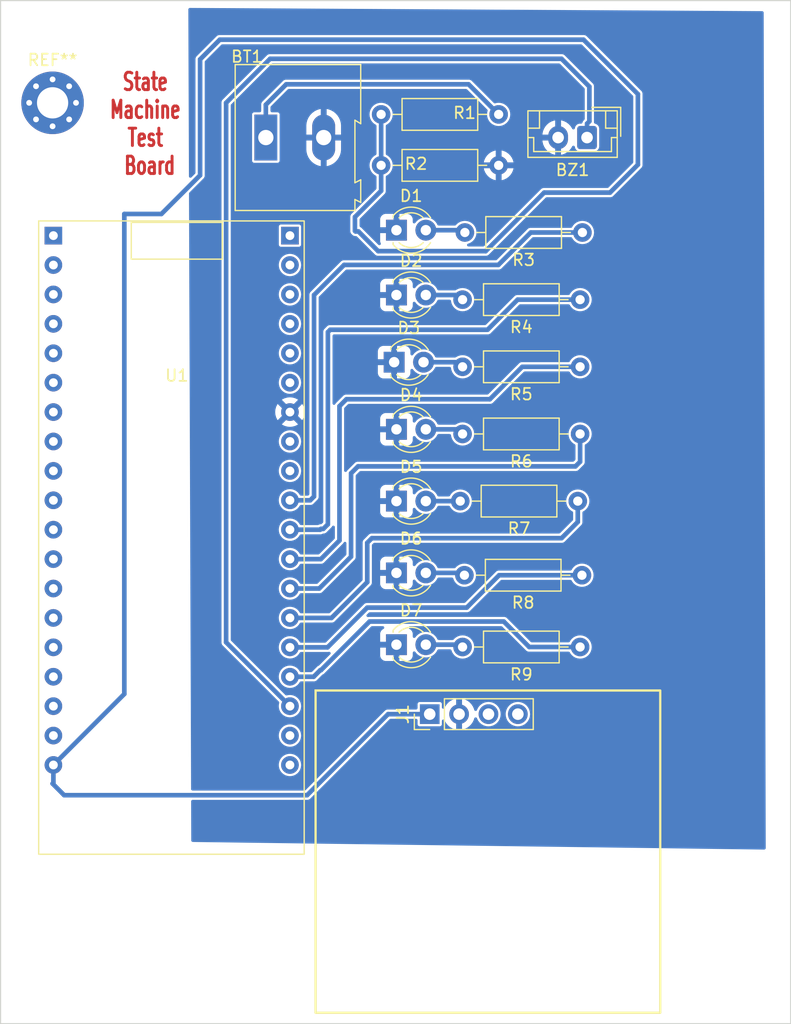
<source format=kicad_pcb>
(kicad_pcb (version 20211014) (generator pcbnew)
  (layers (0 "F.Cu" signal) (31 "B.Cu" signal) (34 "B.Paste" user) (35 "F.Paste" user) (36 "B.SilkS" user "B.Silkscreen") (37 "F.SilkS" user "F.Silkscreen") (38 "B.Mask" user) (39 "F.Mask" user) (44 "Edge.Cuts" user))
  (net 0 "")
  (net 1 "Net-(BT1-Pad1)")
  (net 2 "GND")
  (net 3 "BUZZER")
  (net 4 "Net-(D1-Pad2)")
  (net 5 "Net-(D2-Pad2)")
  (net 6 "Net-(D3-Pad2)")
  (net 7 "Net-(D4-Pad2)")
  (net 8 "Net-(D5-Pad2)")
  (net 9 "Net-(D6-Pad2)")
  (net 10 "Net-(D7-Pad2)")
  (net 11 "5V")
  (net 12 "POST-FLIGHT")
  (net 13 "CHUTE-DESCENT")
  (net 14 "BALLISTIC-DESCENT")
  (net 15 "APOGEE")
  (net 16 "COASTING")
  (net 17 "POWERED-FLIGHT")
  (net 18 "PRE-FLIGHT")
  (net 47 "SCL")
  (net 48 "SDA")
  (footprint "Resistor_THT:R_Axial_DIN0207_L6.3mm_D2.5mm_P10.16mm_Horizontal" (layer "F.Cu") (at 172.4 101.6 180)
    (fp_text reference "R7" (at 5.08 -2.37) (layer "F.SilkS"))
    (fp_text value "220 Ohm")
    (fp_line (start 9.12 0) (end 8.35 0) (layer "F.SilkS") (width 0.12))
    (fp_line (start 8.35 -1.37) (end 1.81 -1.37) (layer "F.SilkS") (width 0.12))
    (fp_line (start 8.35 1.37) (end 8.35 -1.37) (layer "F.SilkS") (width 0.12))
    (fp_line (start 1.04 0) (end 1.81 0) (layer "F.SilkS") (width 0.12))
    (fp_line (start 1.81 -1.37) (end 1.81 1.37) (layer "F.SilkS") (width 0.12))
    (fp_line (start 1.81 1.37) (end 8.35 1.37) (layer "F.SilkS") (width 0.12))
    (pad "1" thru_hole circle (at 0 0 180) (size 1.6 1.6) (drill 0.8) (layers *.Cu *.Mask) (net 16 "COASTING"))
    (pad "2" thru_hole oval (at 10.16 0 180) (size 1.6 1.6) (drill 0.8) (layers *.Cu *.Mask) (net 8 "Net-(D5-Pad2)"))
  )
  (footprint "LED_THT:LED_D3.0mm" (layer "F.Cu") (at 156.725 101.6)
    (fp_text reference "D5" (at 1.27 -2.96) (layer "F.SilkS"))
    (fp_text value "LED")
    (fp_line (start -0.29 -1.236) (end -0.29 -1.08) (layer "F.SilkS") (width 0.12))
    (fp_line (start -0.29 1.08) (end -0.29 1.236) (layer "F.SilkS") (width 0.12))
    (fp_arc (start 2.942335 1.078608) (mid 1.366487 1.987659) (end -0.29 1.235516) (layer "F.SilkS") (width 0.12))
    (fp_arc (start 0.229039 -1.08) (mid 1.270117 -1.5) (end 2.31113 -1.079837) (layer "F.SilkS") (width 0.12))
    (fp_arc (start -0.29 -1.235516) (mid 1.366487 -1.987659) (end 2.942335 -1.078608) (layer "F.SilkS") (width 0.12))
    (fp_arc (start 2.31113 1.079837) (mid 1.270117 1.5) (end 0.229039 1.08) (layer "F.SilkS") (width 0.12))
    (pad "1" thru_hole rect (at 0 0) (size 1.8 1.8) (drill 0.9) (layers *.Cu *.Mask) (net 2 "GND"))
    (pad "2" thru_hole circle (at 2.54 0) (size 1.8 1.8) (drill 0.9) (layers *.Cu *.Mask) (net 8 "Net-(D5-Pad2)"))
  )
  (footprint "Resistor_THT:R_Axial_DIN0207_L6.3mm_D2.5mm_P10.16mm_Horizontal" (layer "F.Cu") (at 172.6 90 180)
    (fp_text reference "R5" (at 5.08 -2.37) (layer "F.SilkS"))
    (fp_text value "220 Ohm")
    (fp_line (start 1.04 0) (end 1.81 0) (layer "F.SilkS") (width 0.12))
    (fp_line (start 8.35 -1.37) (end 1.81 -1.37) (layer "F.SilkS") (width 0.12))
    (fp_line (start 8.35 1.37) (end 8.35 -1.37) (layer "F.SilkS") (width 0.12))
    (fp_line (start 1.81 1.37) (end 8.35 1.37) (layer "F.SilkS") (width 0.12))
    (fp_line (start 9.12 0) (end 8.35 0) (layer "F.SilkS") (width 0.12))
    (fp_line (start 1.81 -1.37) (end 1.81 1.37) (layer "F.SilkS") (width 0.12))
    (pad "1" thru_hole circle (at 0 0 180) (size 1.6 1.6) (drill 0.8) (layers *.Cu *.Mask) (net 14 "BALLISTIC-DESCENT"))
    (pad "2" thru_hole oval (at 10.16 0 180) (size 1.6 1.6) (drill 0.8) (layers *.Cu *.Mask) (net 6 "Net-(D3-Pad2)"))
  )
  (footprint "Connector_PinHeader_2.54mm:PinHeader_1x04_P2.54mm_Vertical" (layer "F.Cu") (at 159.6 120 90)
    (fp_text reference "J1" (at 0 -2.33 90) (layer "F.SilkS"))
    (fp_text value "SSD1306")
    (fp_line (start -1.33 -1.33) (end 0 -1.33) (layer "F.SilkS") (width 0.12))
    (fp_line (start -1.33 1.27) (end 1.33 1.27) (layer "F.SilkS") (width 0.12))
    (fp_line (start -1.33 1.27) (end -1.33 8.95) (layer "F.SilkS") (width 0.12))
    (fp_line (start 1.33 1.27) (end 1.33 8.95) (layer "F.SilkS") (width 0.12))
    (fp_line (start -1.33 0) (end -1.33 -1.33) (layer "F.SilkS") (width 0.12))
    (fp_line (start -1.33 8.95) (end 1.33 8.95) (layer "F.SilkS") (width 0.12))
    (pad "1" thru_hole rect (at 0 0 90) (size 1.7 1.7) (drill 1) (layers *.Cu *.Mask) (net 11 "5V"))
    (pad "2" thru_hole oval (at 0 2.54 90) (size 1.7 1.7) (drill 1) (layers *.Cu *.Mask) (net 2 "GND"))
    (pad "3" thru_hole oval (at 0 5.08 90) (size 1.7 1.7) (drill 1) (layers *.Cu *.Mask) (net 47 "SCL"))
    (pad "4" thru_hole oval (at 0 7.62 90) (size 1.7 1.7) (drill 1) (layers *.Cu *.Mask) (net 48 "SDA"))
  )
  (footprint "LED_THT:LED_D3.0mm" (layer "F.Cu") (at 156.725 114)
    (fp_text reference "D7" (at 1.27 -2.96) (layer "F.SilkS"))
    (fp_text value "LED")
    (fp_line (start -0.29 1.08) (end -0.29 1.236) (layer "F.SilkS") (width 0.12))
    (fp_line (start -0.29 -1.236) (end -0.29 -1.08) (layer "F.SilkS") (width 0.12))
    (fp_arc (start 2.942335 1.078608) (mid 1.366487 1.987659) (end -0.29 1.235516) (layer "F.SilkS") (width 0.12))
    (fp_arc (start 2.31113 1.079837) (mid 1.270117 1.5) (end 0.229039 1.08) (layer "F.SilkS") (width 0.12))
    (fp_arc (start 0.229039 -1.08) (mid 1.270117 -1.5) (end 2.31113 -1.079837) (layer "F.SilkS") (width 0.12))
    (fp_arc (start -0.29 -1.235516) (mid 1.366487 -1.987659) (end 2.942335 -1.078608) (layer "F.SilkS") (width 0.12))
    (pad "1" thru_hole rect (at 0 0) (size 1.8 1.8) (drill 0.9) (layers *.Cu *.Mask) (net 2 "GND"))
    (pad "2" thru_hole circle (at 2.54 0) (size 1.8 1.8) (drill 0.9) (layers *.Cu *.Mask) (net 10 "Net-(D7-Pad2)"))
  )
  (footprint "LED_THT:LED_D3.0mm" (layer "F.Cu") (at 156.725 107.8)
    (fp_text reference "D6" (at 1.27 -2.96) (layer "F.SilkS"))
    (fp_text value "LED")
    (fp_line (start -0.29 1.08) (end -0.29 1.236) (layer "F.SilkS") (width 0.12))
    (fp_line (start -0.29 -1.236) (end -0.29 -1.08) (layer "F.SilkS") (width 0.12))
    (fp_arc (start 0.229039 -1.08) (mid 1.270117 -1.5) (end 2.31113 -1.079837) (layer "F.SilkS") (width 0.12))
    (fp_arc (start -0.29 -1.235516) (mid 1.366487 -1.987659) (end 2.942335 -1.078608) (layer "F.SilkS") (width 0.12))
    (fp_arc (start 2.942335 1.078608) (mid 1.366487 1.987659) (end -0.29 1.235516) (layer "F.SilkS") (width 0.12))
    (fp_arc (start 2.31113 1.079837) (mid 1.270117 1.5) (end 0.229039 1.08) (layer "F.SilkS") (width 0.12))
    (pad "1" thru_hole rect (at 0 0) (size 1.8 1.8) (drill 0.9) (layers *.Cu *.Mask) (net 2 "GND"))
    (pad "2" thru_hole circle (at 2.54 0) (size 1.8 1.8) (drill 0.9) (layers *.Cu *.Mask) (net 9 "Net-(D6-Pad2)"))
  )
  (footprint "LED_THT:LED_D3.0mm" (layer "F.Cu") (at 156.725 83.8)
    (fp_text reference "D2" (at 1.27 -2.96) (layer "F.SilkS"))
    (fp_text value "LED")
    (fp_line (start -0.29 -1.236) (end -0.29 -1.08) (layer "F.SilkS") (width 0.12))
    (fp_line (start -0.29 1.08) (end -0.29 1.236) (layer "F.SilkS") (width 0.12))
    (fp_arc (start -0.29 -1.235516) (mid 1.366487 -1.987659) (end 2.942335 -1.078608) (layer "F.SilkS") (width 0.12))
    (fp_arc (start 2.942335 1.078608) (mid 1.366487 1.987659) (end -0.29 1.235516) (layer "F.SilkS") (width 0.12))
    (fp_arc (start 2.31113 1.079837) (mid 1.270117 1.5) (end 0.229039 1.08) (layer "F.SilkS") (width 0.12))
    (fp_arc (start 0.229039 -1.08) (mid 1.270117 -1.5) (end 2.31113 -1.079837) (layer "F.SilkS") (width 0.12))
    (pad "1" thru_hole rect (at 0 0) (size 1.8 1.8) (drill 0.9) (layers *.Cu *.Mask) (net 2 "GND"))
    (pad "2" thru_hole circle (at 2.54 0) (size 1.8 1.8) (drill 0.9) (layers *.Cu *.Mask) (net 5 "Net-(D2-Pad2)"))
  )
  (footprint "Resistor_THT:R_Axial_DIN0207_L6.3mm_D2.5mm_P10.16mm_Horizontal" (layer "F.Cu") (at 172.6 84.2 180)
    (fp_text reference "R4" (at 5.08 -2.37) (layer "F.SilkS"))
    (fp_text value "220 Ohm")
    (fp_line (start 1.81 -1.37) (end 1.81 1.37) (layer "F.SilkS") (width 0.12))
    (fp_line (start 1.81 1.37) (end 8.35 1.37) (layer "F.SilkS") (width 0.12))
    (fp_line (start 1.04 0) (end 1.81 0) (layer "F.SilkS") (width 0.12))
    (fp_line (start 8.35 1.37) (end 8.35 -1.37) (layer "F.SilkS") (width 0.12))
    (fp_line (start 8.35 -1.37) (end 1.81 -1.37) (layer "F.SilkS") (width 0.12))
    (fp_line (start 9.12 0) (end 8.35 0) (layer "F.SilkS") (width 0.12))
    (pad "1" thru_hole circle (at 0 0 180) (size 1.6 1.6) (drill 0.8) (layers *.Cu *.Mask) (net 13 "CHUTE-DESCENT"))
    (pad "2" thru_hole oval (at 10.16 0 180) (size 1.6 1.6) (drill 0.8) (layers *.Cu *.Mask) (net 5 "Net-(D2-Pad2)"))
  )
  (footprint "LED_THT:LED_D3.0mm" (layer "F.Cu") (at 156.525 89.6)
    (fp_text reference "D3" (at 1.27 -2.96) (layer "F.SilkS"))
    (fp_text value "LED")
    (fp_line (start -0.29 -1.236) (end -0.29 -1.08) (layer "F.SilkS") (width 0.12))
    (fp_line (start -0.29 1.08) (end -0.29 1.236) (layer "F.SilkS") (width 0.12))
    (fp_arc (start 2.942335 1.078608) (mid 1.366487 1.987659) (end -0.29 1.235516) (layer "F.SilkS") (width 0.12))
    (fp_arc (start 2.31113 1.079837) (mid 1.270117 1.5) (end 0.229039 1.08) (layer "F.SilkS") (width 0.12))
    (fp_arc (start -0.29 -1.235516) (mid 1.366487 -1.987659) (end 2.942335 -1.078608) (layer "F.SilkS") (width 0.12))
    (fp_arc (start 0.229039 -1.08) (mid 1.270117 -1.5) (end 2.31113 -1.079837) (layer "F.SilkS") (width 0.12))
    (pad "1" thru_hole rect (at 0 0) (size 1.8 1.8) (drill 0.9) (layers *.Cu *.Mask) (net 2 "GND"))
    (pad "2" thru_hole circle (at 2.54 0) (size 1.8 1.8) (drill 0.9) (layers *.Cu *.Mask) (net 6 "Net-(D3-Pad2)"))
  )
  (footprint "Resistor_THT:R_Axial_DIN0207_L6.3mm_D2.5mm_P10.16mm_Horizontal" (layer "F.Cu") (at 172.76 108 180)
    (fp_text reference "R8" (at 5.08 -2.37) (layer "F.SilkS"))
    (fp_text value "220 Ohm")
    (fp_line (start 1.04 0) (end 1.81 0) (layer "F.SilkS") (width 0.12))
    (fp_line (start 1.81 -1.37) (end 1.81 1.37) (layer "F.SilkS") (width 0.12))
    (fp_line (start 8.35 1.37) (end 8.35 -1.37) (layer "F.SilkS") (width 0.12))
    (fp_line (start 1.81 1.37) (end 8.35 1.37) (layer "F.SilkS") (width 0.12))
    (fp_line (start 9.12 0) (end 8.35 0) (layer "F.SilkS") (width 0.12))
    (fp_line (start 8.35 -1.37) (end 1.81 -1.37) (layer "F.SilkS") (width 0.12))
    (pad "1" thru_hole circle (at 0 0 180) (size 1.6 1.6) (drill 0.8) (layers *.Cu *.Mask) (net 17 "POWERED-FLIGHT"))
    (pad "2" thru_hole oval (at 10.16 0 180) (size 1.6 1.6) (drill 0.8) (layers *.Cu *.Mask) (net 9 "Net-(D6-Pad2)"))
  )
  (footprint "Resistor_THT:R_Axial_DIN0207_L6.3mm_D2.5mm_P10.16mm_Horizontal" (layer "F.Cu") (at 155.4 72.6)
    (fp_text reference "R2" (at 3.0198 -0.1338) (layer "F.SilkS"))
    (fp_text value "2k")
    (fp_line (start 8.35 1.37) (end 8.35 -1.37) (layer "F.SilkS") (width 0.12))
    (fp_line (start 1.81 -1.37) (end 1.81 1.37) (layer "F.SilkS") (width 0.12))
    (fp_line (start 1.81 1.37) (end 8.35 1.37) (layer "F.SilkS") (width 0.12))
    (fp_line (start 1.04 0) (end 1.81 0) (layer "F.SilkS") (width 0.12))
    (fp_line (start 8.35 -1.37) (end 1.81 -1.37) (layer "F.SilkS") (width 0.12))
    (fp_line (start 9.12 0) (end 8.35 0) (layer "F.SilkS") (width 0.12))
    (pad "1" thru_hole circle (at 0 0) (size 1.6 1.6) (drill 0.8) (layers *.Cu *.Mask) (net 11 "5V"))
    (pad "2" thru_hole oval (at 10.16 0) (size 1.6 1.6) (drill 0.8) (layers *.Cu *.Mask) (net 2 "GND"))
  )
  (footprint "Connector_JST:JST_EH_B2B-EH-A_1x02_P2.50mm_Vertical" (layer "F.Cu") (at 173.2 70.2 180)
    (fp_text reference "BZ1" (at 1.25 -2.8) (layer "F.SilkS"))
    (fp_text value "Buzzer")
    (fp_line (start 4.61 0) (end 5.11 0) (layer "F.SilkS") (width 0.12))
    (fp_line (start -2.11 0) (end -2.11 -1.21) (layer "F.SilkS") (width 0.12))
    (fp_line (start -2.61 0) (end -2.11 0) (layer "F.SilkS") (width 0.12))
    (fp_line (start -2.91 2.61) (end -0.41 2.61) (layer "F.SilkS") (width 0.12))
    (fp_line (start 5.11 2.31) (end 5.11 -1.71) (layer "F.SilkS") (width 0.12))
    (fp_line (start -2.91 0.11) (end -2.91 2.61) (layer "F.SilkS") (width 0.12))
    (fp_line (start 5.11 -1.71) (end -2.61 -1.71) (layer "F.SilkS") (width 0.12))
    (fp_line (start 4.11 0.81) (end 4.11 2.31) (layer "F.SilkS") (width 0.12))
    (fp_line (start -2.11 -1.21) (end 4.61 -1.21) (layer "F.SilkS") (width 0.12))
    (fp_line (start -2.61 2.31) (end 5.11 2.31) (layer "F.SilkS") (width 0.12))
    (fp_line (start -2.61 -1.71) (end -2.61 2.31) (layer "F.SilkS") (width 0.12))
    (fp_line (start 4.61 -1.21) (end 4.61 0) (layer "F.SilkS") (width 0.12))
    (fp_line (start 5.11 0.81) (end 4.11 0.81) (layer "F.SilkS") (width 0.12))
    (fp_line (start -2.61 0.81) (end -1.61 0.81) (layer "F.SilkS") (width 0.12))
    (fp_line (start -1.61 0.81) (end -1.61 2.31) (layer "F.SilkS") (width 0.12))
    (pad "1" thru_hole roundrect (at 0 0 180) (size 1.7 2) (drill 1) (layers *.Cu *.Mask) (roundrect_rratio 0.147059) (net 3 "BUZZER"))
    (pad "2" thru_hole oval (at 2.5 0 180) (size 1.7 2) (drill 1) (layers *.Cu *.Mask) (net 2 "GND"))
  )
  (footprint "MountingHole:MountingHole_2.7mm_M2.5_Pad_Via" (layer "F.Cu") (at 127 67.2)
    (fp_text reference "REF**" (at 0 -3.7) (layer "F.SilkS"))
    (fp_text value "MountingHole_2.7mm_M2.5_Pad_Via" hide)
    (pad "1" thru_hole circle (at 1.431891 1.431891) (size 0.8 0.8) (drill 0.5) (layers *.Cu *.Mask))
    (pad "1" thru_hole circle (at -1.431891 -1.431891) (size 0.8 0.8) (drill 0.5) (layers *.Cu *.Mask))
    (pad "1" thru_hole circle (at -2.025 0) (size 0.8 0.8) (drill 0.5) (layers *.Cu *.Mask))
    (pad "1" thru_hole circle (at 0 2.025) (size 0.8 0.8) (drill 0.5) (layers *.Cu *.Mask))
    (pad "1" thru_hole circle (at 0 0) (size 5.4 5.4) (drill 2.7) (layers *.Cu *.Mask))
    (pad "1" thru_hole circle (at 1.431891 -1.431891) (size 0.8 0.8) (drill 0.5) (layers *.Cu *.Mask))
    (pad "1" thru_hole circle (at 2.025 0) (size 0.8 0.8) (drill 0.5) (layers *.Cu *.Mask))
    (pad "1" thru_hole circle (at 0 -2.025) (size 0.8 0.8) (drill 0.5) (layers *.Cu *.Mask))
    (pad "1" thru_hole circle (at -1.431891 1.431891) (size 0.8 0.8) (drill 0.5) (layers *.Cu *.Mask))
  )
  (footprint "Resistor_THT:R_Axial_DIN0207_L6.3mm_D2.5mm_P10.16mm_Horizontal" (layer "F.Cu") (at 172.6 95.8 180)
    (fp_text reference "R6" (at 5.08 -2.37) (layer "F.SilkS"))
    (fp_text value "220 Ohm")
    (fp_line (start 1.81 -1.37) (end 1.81 1.37) (layer "F.SilkS") (width 0.12))
    (fp_line (start 8.35 1.37) (end 8.35 -1.37) (layer "F.SilkS") (width 0.12))
    (fp_line (start 8.35 -1.37) (end 1.81 -1.37) (layer "F.SilkS") (width 0.12))
    (fp_line (start 1.81 1.37) (end 8.35 1.37) (layer "F.SilkS") (width 0.12))
    (fp_line (start 9.12 0) (end 8.35 0) (layer "F.SilkS") (width 0.12))
    (fp_line (start 1.04 0) (end 1.81 0) (layer "F.SilkS") (width 0.12))
    (pad "1" thru_hole circle (at 0 0 180) (size 1.6 1.6) (drill 0.8) (layers *.Cu *.Mask) (net 15 "APOGEE"))
    (pad "2" thru_hole oval (at 10.16 0 180) (size 1.6 1.6) (drill 0.8) (layers *.Cu *.Mask) (net 7 "Net-(D4-Pad2)"))
  )
  (footprint "custom-footprints:NODEMCU" (layer "F.Cu") (at 125.8 77.4)
    (fp_text reference "U1" (at 11.938 13.359 unlocked) (layer "F.SilkS"))
    (fp_text value "NodeMCU")
    (fp_rect (start 8.001 0.127) (end 15.875 3.302) (layer "F.SilkS") (width 0.12) (fill none))
    (fp_rect (start 0 0) (end 22.95 54.7) (layer "F.SilkS") (width 0.12) (fill none))
    (pad "1" thru_hole circle (at 1.27 34.29) (size 1.524 1.524) (drill 0.762) (layers *.Cu *.Mask))
    (pad "2" thru_hole rect (at 1.27 1.27) (size 1.524 1.524) (drill oval 0.762) (layers *.Cu *.Mask))
    (pad "3" thru_hole circle (at 1.27 3.81) (size 1.524 1.524) (drill 0.762) (layers *.Cu *.Mask))
    (pad "4" thru_hole circle (at 1.27 6.35) (size 1.524 1.524) (drill 0.762) (layers *.Cu *.Mask))
    (pad "5" thru_hole circle (at 1.27 8.89) (size 1.524 1.524) (drill 0.762) (layers *.Cu *.Mask))
    (pad "5V" thru_hole circle (at 1.27 46.99) (size 1.524 1.524) (drill 0.762) (layers *.Cu *.Mask) (net 11 "5V"))
    (pad "6" thru_hole circle (at 1.27 11.43) (size 1.524 1.524) (drill 0.762) (layers *.Cu *.Mask))
    (pad "7" thru_hole circle (at 1.27 13.97) (size 1.524 1.524) (drill 0.762) (layers *.Cu *.Mask))
    (pad "8" thru_hole circle (at 1.27 16.51) (size 1.524 1.524) (drill 0.762) (layers *.Cu *.Mask))
    (pad "9" thru_hole circle (at 1.27 19.05) (size 1.524 1.524) (drill 0.762) (layers *.Cu *.Mask))
    (pad "10" thru_hole circle (at 1.27 21.59) (size 1.524 1.524) (drill 0.762) (layers *.Cu *.Mask))
    (pad "11" thru_hole circle (at 1.27 24.13) (size 1.524 1.524) (drill 0.762) (layers *.Cu *.Mask))
    (pad "12" thru_hole circle (at 1.27 26.67) (size 1.524 1.524) (drill 0.762) (layers *.Cu *.Mask))
    (pad "13" thru_hole circle (at 1.27 29.21) (size 1.524 1.524) (drill 0.762) (layers *.Cu *.Mask))
    (pad "14" thru_hole circle (at 1.27 31.75) (size 1.524 1.524) (drill 0.762) (layers *.Cu *.Mask))
    (pad "16" thru_hole circle (at 1.27 36.83) (size 1.524 1.524) (drill 0.762) (layers *.Cu *.Mask))
    (pad "17" thru_hole circle (at 1.27 39.37) (size 1.524 1.524) (drill 0.762) (layers *.Cu *.Mask))
    (pad "18" thru_hole circle (at 1.27 41.91) (size 1.524 1.524) (drill 0.762) (layers *.Cu *.Mask))
    (pad "19" thru_hole circle (at 1.27 44.45) (size 1.524 1.524) (drill 0.762) (layers *.Cu *.Mask))
    (pad "20" thru_hole circle (at 21.717 46.99) (size 1.524 1.524) (drill 0.762) (layers *.Cu *.Mask))
    (pad "21" thru_hole circle (at 21.717 44.45) (size 1.524 1.524) (drill 0.762) (layers *.Cu *.Mask))
    (pad "22" thru_hole circle (at 21.717 41.91) (size 1.524 1.524) (drill 0.762) (layers *.Cu *.Mask) (net 3 "BUZZER"))
    (pad "23" thru_hole circle (at 21.717 39.37) (size 1.524 1.524) (drill 0.762) (layers *.Cu *.Mask) (net 18 "PRE-FLIGHT"))
    (pad "24" thru_hole circle (at 21.717 36.83) (size 1.524 1.524) (drill 0.762) (layers *.Cu *.Mask) (net 17 "POWERED-FLIGHT"))
    (pad "25" thru_hole circle (at 21.717 34.29) (size 1.524 1.524) (drill 0.762) (layers *.Cu *.Mask) (net 16 "COASTING"))
    (pad "26" thru_hole circle (at 21.717 31.75) (size 1.524 1.524) (drill 0.762) (layers *.Cu *.Mask) (net 15 "APOGEE"))
    (pad "27" thru_hole circle (at 21.717 29.21) (size 1.524 1.524) (drill 0.762) (layers *.Cu *.Mask) (net 14 "BALLISTIC-DESCENT"))
    (pad "28" thru_hole circle (at 21.717 26.67) (size 1.524 1.524) (drill 0.762) (layers *.Cu *.Mask) (net 13 "CHUTE-DESCENT"))
    (pad "29" thru_hole circle (at 21.717 24.13) (size 1.524 1.524) (drill 0.762) (layers *.Cu *.Mask) (net 12 "POST-FLIGHT"))
    (pad "30" thru_hole circle (at 21.717 21.59) (size 1.524 1.524) (drill 0.762) (layers *.Cu *.Mask))
    (pad "31" thru_hole circle (at 21.717 19.05) (size 1.524 1.524) (drill 0.762) (layers *.Cu *.Mask))
    (pad "32" thru_hole circle (at 21.717 16.51) (size 1.524 1.524) (drill 0.762) (layers *.Cu *.Mask) (net 2 "GND"))
    (pad "33" thru_hole circle (at 21.717 13.97) (size 1.524 1.524) (drill 0.762) (layers *.Cu *.Mask))
    (pad "34" thru_hole circle (at 21.717 11.43) (size 1.524 1.524) (drill 0.762) (layers *.Cu *.Mask))
    (pad "35" thru_hole circle (at 21.717 8.89) (size 1.524 1.524) (drill 0.762) (layers *.Cu *.Mask))
    (pad "36" thru_hole circle (at 21.717 6.35) (size 1.524 1.524) (drill 0.762) (layers *.Cu *.Mask))
    (pad "37" thru_hole circle (at 21.717 3.81) (size 1.524 1.524) (drill 0.762) (layers *.Cu *.Mask))
    (pad "38" thru_hole rect (at 21.717 1.27) (size 1.524 1.524) (drill 0.762) (layers *.Cu *.Mask))
  )
  (footprint "TerminalBlock:TerminalBlock_Altech_AK300-2_P5.00mm" (layer "F.Cu") (at 145.435 70.2)
    (fp_text reference "BT1" (at -1.64 -6.99) (layer "F.SilkS"))
    (fp_text value "7.4 V")
    (fp_line (start 8.2 -1.2) (end 8.2 -6.3) (layer "F.SilkS") (width 0.12))
    (fp_line (start 8.2 -6.3) (end -2.65 -6.3) (layer "F.SilkS") (width 0.12))
    (fp_line (start 7.7 -1.5) (end 8.2 -1.2) (layer "F.SilkS") (width 0.12))
    (fp_line (start 8.2 5.6) (end 8.2 3.7) (layer "F.SilkS") (width 0.12))
    (fp_line (start 7.7 5.35) (end 8.2 5.6) (layer "F.SilkS") (width 0.12))
    (fp_line (start -2.65 -6.3) (end -2.65 6.3) (layer "F.SilkS") (width 0.12))
    (fp_line (start 8.2 3.65) (end 7.7 3.9) (layer "F.SilkS") (width 0.12))
    (fp_line (start 8.2 3.7) (end 8.2 3.65) (layer "F.SilkS") (width 0.12))
    (fp_line (start -2.65 6.3) (end 7.7 6.3) (layer "F.SilkS") (width 0.12))
    (fp_line (start 7.7 3.9) (end 7.7 -1.5) (layer "F.SilkS") (width 0.12))
    (fp_line (start 7.7 6.3) (end 7.7 5.35) (layer "F.SilkS") (width 0.12))
    (pad "1" thru_hole rect (at 0 0) (size 1.98 3.96) (drill 1.32) (layers *.Cu *.Mask) (net 1 "Net-(BT1-Pad1)"))
    (pad "2" thru_hole oval (at 5 0) (size 1.98 3.96) (drill 1.32) (layers *.Cu *.Mask) (net 2 "GND"))
  )
  (footprint "Resistor_THT:R_Axial_DIN0207_L6.3mm_D2.5mm_P10.16mm_Horizontal" (layer "F.Cu") (at 172.8 78.4 180)
    (fp_text reference "R3" (at 5.08 -2.37) (layer "F.SilkS"))
    (fp_text value "220 Ohm")
    (fp_line (start 9.12 0) (end 8.35 0) (layer "F.SilkS") (width 0.12))
    (fp_line (start 1.81 -1.37) (end 1.81 1.37) (layer "F.SilkS") (width 0.12))
    (fp_line (start 1.04 0) (end 1.81 0) (layer "F.SilkS") (width 0.12))
    (fp_line (start 1.81 1.37) (end 8.35 1.37) (layer "F.SilkS") (width 0.12))
    (fp_line (start 8.35 1.37) (end 8.35 -1.37) (layer "F.SilkS") (width 0.12))
    (fp_line (start 8.35 -1.37) (end 1.81 -1.37) (layer "F.SilkS") (width 0.12))
    (pad "1" thru_hole circle (at 0 0 180) (size 1.6 1.6) (drill 0.8) (layers *.Cu *.Mask) (net 12 "POST-FLIGHT"))
    (pad "2" thru_hole oval (at 10.16 0 180) (size 1.6 1.6) (drill 0.8) (layers *.Cu *.Mask) (net 4 "Net-(D1-Pad2)"))
  )
  (footprint "LED_THT:LED_D3.0mm" (layer "F.Cu") (at 156.725 78.2)
    (fp_text reference "D1" (at 1.27 -2.96) (layer "F.SilkS"))
    (fp_text value "LED")
    (fp_line (start -0.29 1.08) (end -0.29 1.236) (layer "F.SilkS") (width 0.12))
    (fp_line (start -0.29 -1.236) (end -0.29 -1.08) (layer "F.SilkS") (width 0.12))
    (fp_arc (start -0.29 -1.235516) (mid 1.366487 -1.987659) (end 2.942335 -1.078608) (layer "F.SilkS") (width 0.12))
    (fp_arc (start 2.942335 1.078608) (mid 1.366487 1.987659) (end -0.29 1.235516) (layer "F.SilkS") (width 0.12))
    (fp_arc (start 0.229039 -1.08) (mid 1.270117 -1.5) (end 2.31113 -1.079837) (layer "F.SilkS") (width 0.12))
    (fp_arc (start 2.31113 1.079837) (mid 1.270117 1.5) (end 0.229039 1.08) (layer "F.SilkS") (width 0.12))
    (pad "1" thru_hole rect (at 0 0) (size 1.8 1.8) (drill 0.9) (layers *.Cu *.Mask) (net 2 "GND"))
    (pad "2" thru_hole circle (at 2.54 0) (size 1.8 1.8) (drill 0.9) (layers *.Cu *.Mask) (net 4 "Net-(D1-Pad2)"))
  )
  (footprint "Resistor_THT:R_Axial_DIN0207_L6.3mm_D2.5mm_P10.16mm_Horizontal" (layer "F.Cu") (at 165.56 68.2 180)
    (fp_text reference "R1" (at 2.9492 0.128) (layer "F.SilkS"))
    (fp_text value "1k")
    (fp_line (start 1.81 1.37) (end 8.35 1.37) (layer "F.SilkS") (width 0.12))
    (fp_line (start 8.35 -1.37) (end 1.81 -1.37) (layer "F.SilkS") (width 0.12))
    (fp_line (start 8.35 1.37) (end 8.35 -1.37) (layer "F.SilkS") (width 0.12))
    (fp_line (start 1.04 0) (end 1.81 0) (layer "F.SilkS") (width 0.12))
    (fp_line (start 9.12 0) (end 8.35 0) (layer "F.SilkS") (width 0.12))
    (fp_line (start 1.81 -1.37) (end 1.81 1.37) (layer "F.SilkS") (width 0.12))
    (pad "1" thru_hole circle (at 0 0 180) (size 1.6 1.6) (drill 0.8) (layers *.Cu *.Mask) (net 1 "Net-(BT1-Pad1)"))
    (pad "2" thru_hole oval (at 10.16 0 180) (size 1.6 1.6) (drill 0.8) (layers *.Cu *.Mask) (net 11 "5V"))
  )
  (footprint "LED_THT:LED_D3.0mm" (layer "F.Cu") (at 156.725 95.4)
    (fp_text reference "D4" (at 1.27 -2.96) (layer "F.SilkS"))
    (fp_text value "LED")
    (fp_line (start -0.29 1.08) (end -0.29 1.236) (layer "F.SilkS") (width 0.12))
    (fp_line (start -0.29 -1.236) (end -0.29 -1.08) (layer "F.SilkS") (width 0.12))
    (fp_arc (start 0.229039 -1.08) (mid 1.270117 -1.5) (end 2.31113 -1.079837) (layer "F.SilkS") (width 0.12))
    (fp_arc (start 2.31113 1.079837) (mid 1.270117 1.5) (end 0.229039 1.08) (layer "F.SilkS") (width 0.12))
    (fp_arc (start 2.942335 1.078608) (mid 1.366487 1.987659) (end -0.29 1.235516) (layer "F.SilkS") (width 0.12))
    (fp_arc (start -0.29 -1.235516) (mid 1.366487 -1.987659) (end 2.942335 -1.078608) (layer "F.SilkS") (width 0.12))
    (pad "1" thru_hole rect (at 0 0) (size 1.8 1.8) (drill 0.9) (layers *.Cu *.Mask) (net 2 "GND"))
    (pad "2" thru_hole circle (at 2.54 0) (size 1.8 1.8) (drill 0.9) (layers *.Cu *.Mask) (net 7 "Net-(D4-Pad2)"))
  )
  (footprint "Resistor_THT:R_Axial_DIN0207_L6.3mm_D2.5mm_P10.16mm_Horizontal" (layer "F.Cu") (at 172.6 114.2 180)
    (fp_text reference "R9" (at 5.08 -2.37) (layer "F.SilkS"))
    (fp_text value "220 Ohm")
    (fp_line (start 1.04 0) (end 1.81 0) (layer "F.SilkS") (width 0.12))
    (fp_line (start 8.35 1.37) (end 8.35 -1.37) (layer "F.SilkS") (width 0.12))
    (fp_line (start 8.35 -1.37) (end 1.81 -1.37) (layer "F.SilkS") (width 0.12))
    (fp_line (start 9.12 0) (end 8.35 0) (layer "F.SilkS") (width 0.12))
    (fp_line (start 1.81 1.37) (end 8.35 1.37) (layer "F.SilkS") (width 0.12))
    (fp_line (start 1.81 -1.37) (end 1.81 1.37) (layer "F.SilkS") (width 0.12))
    (pad "1" thru_hole circle (at 0 0 180) (size 1.6 1.6) (drill 0.8) (layers *.Cu *.Mask) (net 18 "PRE-FLIGHT"))
    (pad "2" thru_hole oval (at 10.16 0 180) (size 1.6 1.6) (drill 0.8) (layers *.Cu *.Mask) (net 10 "Net-(D7-Pad2)"))
  )
  (gr_rect (start 149.7358 117.9576) (end 179.5272 145.7912) (layer "F.SilkS") (width 0.2) (fill none))
  (gr_rect (start 122.5042 58.3692) (end 190.8048 146.7358) (layer "Edge.Cuts") (width 0.1) (fill none))
  (gr_text "State \nMachine \nTest \nBoard" (at 135.4 69) (layer "F.Cu") (effects (font (size 1.5 1) (thickness 0.25))))
  (segment (start 145.435 70.2) (end 145.435 67.365) (width 0.4) (layer "B.Cu") (net 1))
  (segment (start 145.435 67.365) (end 147.2 65.6) (width 0.4) (layer "B.Cu") (net 1))
  (segment (start 147.2 65.6) (end 162.96 65.6) (width 0.4) (layer "B.Cu") (net 1))
  (segment (start 162.96 65.6) (end 165.56 68.2) (width 0.4) (layer "B.Cu") (net 1))
  (segment (start 156.725 114) (end 156.725 114.925) (width 0.4) (layer "B.Cu") (net 2))
  (segment (start 156.725 78.2) (end 157 78.2) (width 0.4) (layer "B.Cu") (net 2))
  (segment (start 150.435 70.2) (end 150.435 68.2) (width 0.4) (layer "B.Cu") (net 2))
  (segment (start 173.2 69) (end 173.2 70.2) (width 0.4) (layer "B.Cu") (net 3))
  (segment (start 142 67.2) (end 145.8016 63.3984) (width 0.4) (layer "B.Cu") (net 3))
  (segment (start 147.517 119.31) (end 142 113.793) (width 0.4) (layer "B.Cu") (net 3))
  (segment (start 173.4 65.8) (end 173.4 68.8) (width 0.4) (layer "B.Cu") (net 3))
  (segment (start 173.4 68.8) (end 173.2 69) (width 0.4) (layer "B.Cu") (net 3))
  (segment (start 170.9984 63.3984) (end 173.4 65.8) (width 0.4) (layer "B.Cu") (net 3))
  (segment (start 142 113.793) (end 142 67.2) (width 0.4) (layer "B.Cu") (net 3))
  (segment (start 145.8016 63.3984) (end 170.9984 63.3984) (width 0.4) (layer "B.Cu") (net 3))
  (segment (start 162.44 78.2) (end 162.64 78.4) (width 0.4) (layer "B.Cu") (net 4))
  (segment (start 159.265 78.2) (end 162.44 78.2) (width 0.4) (layer "B.Cu") (net 4))
  (segment (start 162.04 83.8) (end 162.44 84.2) (width 0.4) (layer "B.Cu") (net 5))
  (segment (start 159.265 83.8) (end 162.04 83.8) (width 0.4) (layer "B.Cu") (net 5))
  (segment (start 159.065 89.6) (end 162.04 89.6) (width 0.4) (layer "B.Cu") (net 6))
  (segment (start 162.04 89.6) (end 162.44 90) (width 0.4) (layer "B.Cu") (net 6))
  (segment (start 162.04 95.4) (end 162.44 95.8) (width 0.4) (layer "B.Cu") (net 7))
  (segment (start 159.265 95.4) (end 162.04 95.4) (width 0.4) (layer "B.Cu") (net 7))
  (segment (start 159.265 101.6) (end 162.24 101.6) (width 0.4) (layer "B.Cu") (net 8))
  (segment (start 162.4 107.8) (end 162.6 108) (width 0.4) (layer "B.Cu") (net 9))
  (segment (start 159.265 107.8) (end 162.4 107.8) (width 0.4) (layer "B.Cu") (net 9))
  (segment (start 159.265 114) (end 162.24 114) (width 0.4) (layer "B.Cu") (net 10))
  (segment (start 162.24 114) (end 162.44 114.2) (width 0.4) (layer "B.Cu") (net 10))
  (segment (start 169.4942 74.9554) (end 164.4396 80.01) (width 0.4) (layer "B.Cu") (net 11))
  (segment (start 127.07 124.39) (end 133.2 118.26) (width 0.4) (layer "B.Cu") (net 11))
  (segment (start 155.141371 80.01) (end 153.439571 78.3082) (width 0.4) (layer "B.Cu") (net 11))
  (segment (start 127 126) (end 127.07 125.93) (width 0.4) (layer "B.Cu") (net 11))
  (segment (start 175.1838 74.9554) (end 169.4942 74.9554) (width 0.4) (layer "B.Cu") (net 11))
  (segment (start 159.6 120) (end 156 120) (width 0.4) (layer "B.Cu") (net 11))
  (segment (start 155.4 74.8) (end 155.4 72.6) (width 0.4) (layer "B.Cu") (net 11))
  (segment (start 127.07 125.93) (end 127.07 124.39) (width 0.4) (layer "B.Cu") (net 11))
  (segment (start 128 127) (end 127 126) (width 0.4) (layer "B.Cu") (net 11))
  (segment (start 153.439571 78.3082) (end 153.1874 78.3082) (width 0.4) (layer "B.Cu") (net 11))
  (segment (start 153.1366 77.0634) (end 155.4 74.8) (width 0.4) (layer "B.Cu") (net 11))
  (segment (start 153.1874 78.3082) (end 153.1366 78.2574) (width 0.4) (layer "B.Cu") (net 11))
  (segment (start 156 120) (end 149 127) (width 0.4) (layer "B.Cu") (net 11))
  (segment (start 155.4 68.2) (end 155.4 72.6) (width 0.4) (layer "B.Cu") (net 11))
  (segment (start 172.8978 61.7474) (end 177.5968 66.4464) (width 0.4) (layer "B.Cu") (net 11))
  (segment (start 136.4076 76.8) (end 139.7508 73.4568) (width 0.4) (layer "B.Cu") (net 11))
  (segment (start 177.5968 66.4464) (end 177.5968 72.5424) (width 0.4) (layer "B.Cu") (net 11))
  (segment (start 149 127) (end 128 127) (width 0.4) (layer "B.Cu") (net 11))
  (segment (start 164.4396 80.01) (end 155.141371 80.01) (width 0.4) (layer "B.Cu") (net 11))
  (segment (start 139.7508 73.4568) (end 139.7508 63.4492) (width 0.4) (layer "B.Cu") (net 11))
  (segment (start 139.7508 63.4492) (end 141.4526 61.7474) (width 0.4) (layer "B.Cu") (net 11))
  (segment (start 133.2 118.26) (end 133.2 76.8) (width 0.4) (layer "B.Cu") (net 11))
  (segment (start 153.1366 78.2574) (end 153.1366 77.0634) (width 0.4) (layer "B.Cu") (net 11))
  (segment (start 133.2 76.8) (end 136.4076 76.8) (width 0.4) (layer "B.Cu") (net 11))
  (segment (start 177.5968 72.5424) (end 175.1838 74.9554) (width 0.4) (layer "B.Cu") (net 11))
  (segment (start 141.4526 61.7474) (end 172.8978 61.7474) (width 0.4) (layer "B.Cu") (net 11))
  (segment (start 168.3356 78.4) (end 165.5356 81.2) (width 0.4) (layer "B.Cu") (net 12))
  (segment (start 149.6 101.2) (end 149.27 101.53) (width 0.4) (layer "B.Cu") (net 12))
  (segment (start 165.5356 81.2) (end 152.2 81.2) (width 0.4) (layer "B.Cu") (net 12))
  (segment (start 149.6 83.8) (end 149.6 101.2) (width 0.4) (layer "B.Cu") (net 12))
  (segment (start 149.27 101.53) (end 147.517 101.53) (width 0.4) (layer "B.Cu") (net 12))
  (segment (start 152.2 81.2) (end 149.6 83.8) (width 0.4) (layer "B.Cu") (net 12))
  (segment (start 172.8 78.4) (end 168.3356 78.4) (width 0.4) (layer "B.Cu") (net 12))
  (segment (start 172.6 84.2) (end 167.2 84.2) (width 0.4) (layer "B.Cu") (net 13))
  (segment (start 164.6 86.8) (end 151 86.8) (width 0.4) (layer "B.Cu") (net 13))
  (segment (start 150.4 104) (end 150.2 104) (width 0.4) (layer "B.Cu") (net 13))
  (segment (start 167.2 84.2) (end 164.6 86.8) (width 0.4) (layer "B.Cu") (net 13))
  (segment (start 150.8 103.6) (end 150.4 104) (width 0.4) (layer "B.Cu") (net 13))
  (segment (start 150.13 104.07) (end 147.517 104.07) (width 0.4) (layer "B.Cu") (net 13))
  (segment (start 150.2 104) (end 150.13 104.07) (width 0.4) (layer "B.Cu") (net 13))
  (segment (start 150.8 103.6) (end 150.8 87) (width 0.4) (layer "B.Cu") (net 13))
  (segment (start 150.8 87) (end 151 86.8) (width 0.4) (layer "B.Cu") (net 13))
  (segment (start 167.6 90) (end 164.8 92.8) (width 0.4) (layer "B.Cu") (net 14))
  (segment (start 152.4 92.8) (end 151.8 93.4) (width 0.4) (layer "B.Cu") (net 14))
  (segment (start 164.8 92.8) (end 152.4 92.8) (width 0.4) (layer "B.Cu") (net 14))
  (segment (start 151.8 105) (end 150.19 106.61) (width 0.4) (layer "B.Cu") (net 14))
  (segment (start 172.6 90) (end 167.6 90) (width 0.4) (layer "B.Cu") (net 14))
  (segment (start 150.19 106.61) (end 147.517 106.61) (width 0.4) (layer "B.Cu") (net 14))
  (segment (start 151.8 93.4) (end 151.8 105) (width 0.4) (layer "B.Cu") (net 14))
  (segment (start 152.8 99.2) (end 152.8 106.4) (width 0.4) (layer "B.Cu") (net 15))
  (segment (start 172.6 98.2) (end 172.2 98.6) (width 0.4) (layer "B.Cu") (net 15))
  (segment (start 150.05 109.15) (end 147.517 109.15) (width 0.4) (layer "B.Cu") (net 15))
  (segment (start 172.2 98.6) (end 153.4 98.6) (width 0.4) (layer "B.Cu") (net 15))
  (segment (start 153.4 98.6) (end 152.8 99.2) (width 0.4) (layer "B.Cu") (net 15))
  (segment (start 172.6 95.8) (end 172.6 98.2) (width 0.4) (layer "B.Cu") (net 15))
  (segment (start 152.8 106.4) (end 150.05 109.15) (width 0.4) (layer "B.Cu") (net 15))
  (segment (start 172.4 103.4) (end 171 104.8) (width 0.4) (layer "B.Cu") (net 16))
  (segment (start 151.11 111.69) (end 147.517 111.69) (width 0.4) (layer "B.Cu") (net 16))
  (segment (start 172.4 101.6) (end 172.4 103.4) (width 0.4) (layer "B.Cu") (net 16))
  (segment (start 171 104.8) (end 154.6 104.8) (width 0.4) (layer "B.Cu") (net 16))
  (segment (start 154.2 108.6) (end 151.11 111.69) (width 0.4) (layer "B.Cu") (net 16))
  (segment (start 154.2 105.2) (end 154.2 108.6) (width 0.4) (layer "B.Cu") (net 16))
  (segment (start 154.6 104.8) (end 154.2 105.2) (width 0.4) (layer "B.Cu") (net 16))
  (segment (start 150.77 114.23) (end 147.517 114.23) (width 0.4) (layer "B.Cu") (net 17))
  (segment (start 165.6 108) (end 162.8 110.8) (width 0.4) (layer "B.Cu") (net 17))
  (segment (start 172.76 108) (end 165.6 108) (width 0.4) (layer "B.Cu") (net 17))
  (segment (start 162.8 110.8) (end 154.2 110.8) (width 0.4) (layer "B.Cu") (net 17))
  (segment (start 154.2 110.8) (end 150.77 114.23) (width 0.4) (layer "B.Cu") (net 17))
  (segment (start 150.14 116.2) (end 150.2 116.2) (width 0.4) (layer "B.Cu") (net 18))
  (segment (start 149.57 116.77) (end 150.14 116.2) (width 0.4) (layer "B.Cu") (net 18))
  (segment (start 166 112) (end 154.4 112) (width 0.4) (layer "B.Cu") (net 18))
  (segment (start 154.4 112) (end 150.2 116.2) (width 0.4) (layer "B.Cu") (net 18))
  (segment (start 168.2 114.2) (end 166 112) (width 0.4) (layer "B.Cu") (net 18))
  (segment (start 149.57 116.77) (end 147.517 116.77) (width 0.4) (layer "B.Cu") (net 18))
  (segment (start 172.6 114.2) (end 168.2 114.2) (width 0.4) (layer "B.Cu") (net 18))
  (zone (net 2) (net_name "GND") (layer "B.Cu") (name "GND") (connect_pads (clearance 0.2)) (min_thickness 0.254) (fill yes (thermal_gap 0.508) (thermal_bridge_width 0.508))
    (polygon (pts (xy 188.468 59.2836) (xy 188.6458 131.699) (xy 138.9888 131.0386) (xy 138.7348 59.0042)))
  )
)
</source>
